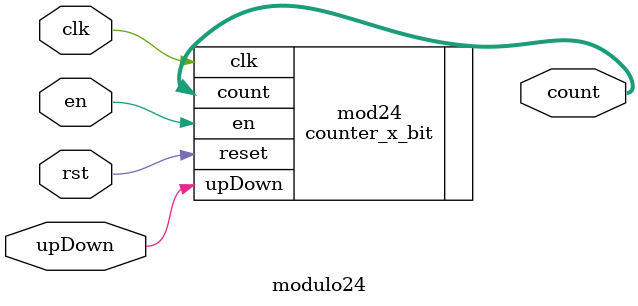
<source format=v>
`timescale 1ns / 1ps


module modulo24(input clk, rst, en,upDown,output [4:0] count);
//wire clk_out;
counter_x_bit  #(5,24) mod24 (.clk(clk), .reset(rst), .en(en),.upDown(upDown), .count(count));
//counter_x_bit  #(5,24) mod24 (.clk(clk_out), .reset(rst), .en(en), .count(count));
endmodule

</source>
